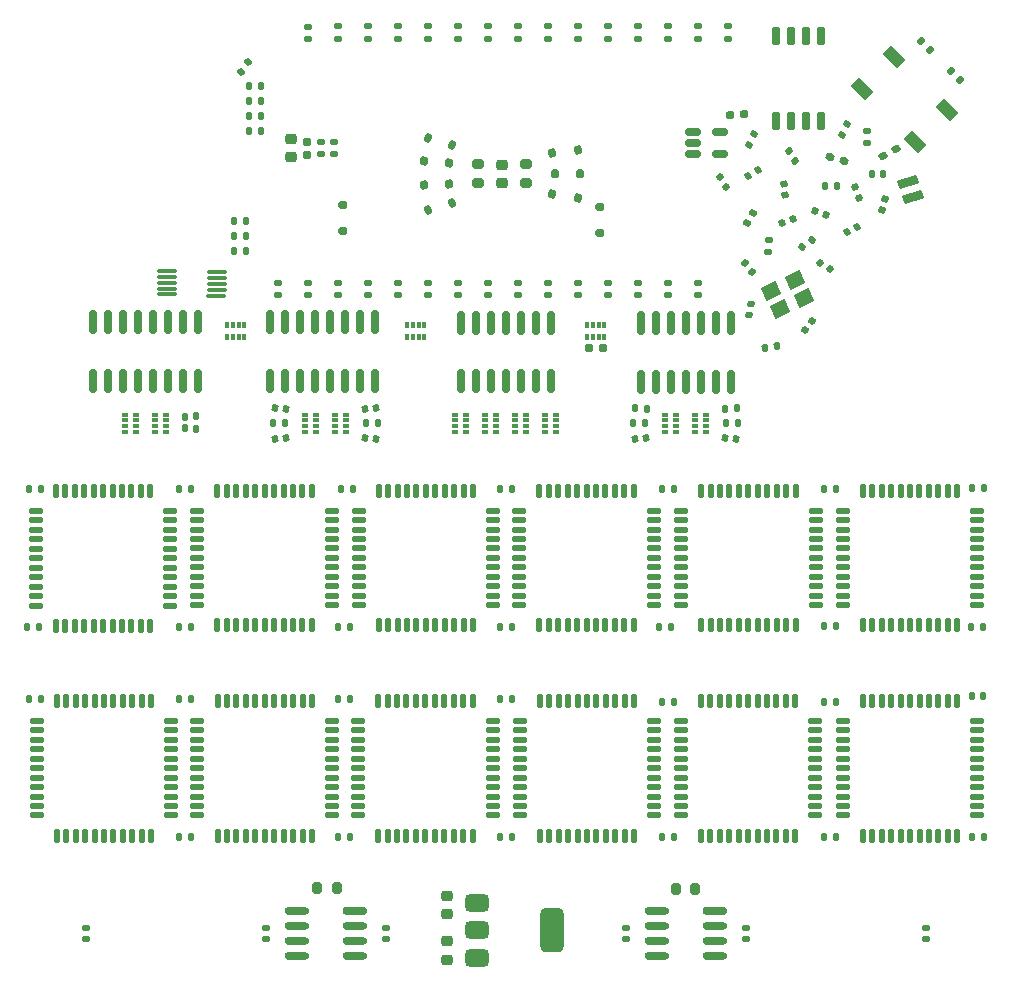
<source format=gbp>
G04 #@! TF.GenerationSoftware,KiCad,Pcbnew,8.0.6*
G04 #@! TF.CreationDate,2024-12-30T15:56:30-08:00*
G04 #@! TF.ProjectId,Jumperless23V50,4a756d70-6572-46c6-9573-733233563530,rev?*
G04 #@! TF.SameCoordinates,Original*
G04 #@! TF.FileFunction,Paste,Bot*
G04 #@! TF.FilePolarity,Positive*
%FSLAX46Y46*%
G04 Gerber Fmt 4.6, Leading zero omitted, Abs format (unit mm)*
G04 Created by KiCad (PCBNEW 8.0.6) date 2024-12-30 15:56:30*
%MOMM*%
%LPD*%
G01*
G04 APERTURE LIST*
G04 Aperture macros list*
%AMRoundRect*
0 Rectangle with rounded corners*
0 $1 Rounding radius*
0 $2 $3 $4 $5 $6 $7 $8 $9 X,Y pos of 4 corners*
0 Add a 4 corners polygon primitive as box body*
4,1,4,$2,$3,$4,$5,$6,$7,$8,$9,$2,$3,0*
0 Add four circle primitives for the rounded corners*
1,1,$1+$1,$2,$3*
1,1,$1+$1,$4,$5*
1,1,$1+$1,$6,$7*
1,1,$1+$1,$8,$9*
0 Add four rect primitives between the rounded corners*
20,1,$1+$1,$2,$3,$4,$5,0*
20,1,$1+$1,$4,$5,$6,$7,0*
20,1,$1+$1,$6,$7,$8,$9,0*
20,1,$1+$1,$8,$9,$2,$3,0*%
%AMRotRect*
0 Rectangle, with rotation*
0 The origin of the aperture is its center*
0 $1 length*
0 $2 width*
0 $3 Rotation angle, in degrees counterclockwise*
0 Add horizontal line*
21,1,$1,$2,0,0,$3*%
%AMFreePoly0*
4,1,21,0.922379,0.284102,0.946805,0.258670,0.997605,0.182470,1.014400,0.127000,1.014400,-0.127000,0.997605,-0.182470,0.946805,-0.258670,0.898310,-0.296983,0.863600,-0.303200,-0.838200,-0.303200,-0.896979,-0.284102,-0.921405,-0.258670,-0.972205,-0.182470,-0.989000,-0.127000,-0.989000,0.127000,-0.972205,0.182470,-0.921405,0.258670,-0.872910,0.296983,-0.838200,0.303200,0.863600,0.303200,
0.922379,0.284102,0.922379,0.284102,$1*%
%AMFreePoly1*
4,1,21,0.838850,0.288949,0.965850,0.212749,1.006426,0.166131,1.014400,0.127000,1.014400,-0.152400,0.995302,-0.211179,0.951539,-0.245248,0.824539,-0.296048,0.787400,-0.303200,-0.762000,-0.303200,-0.813450,-0.288949,-0.940450,-0.212749,-0.981026,-0.166131,-0.989000,-0.127000,-0.989000,0.127000,-0.969902,0.185779,-0.940450,0.212749,-0.813450,0.288949,-0.762000,0.303200,0.787400,0.303200,
0.838850,0.288949,0.838850,0.288949,$1*%
G04 Aperture macros list end*
%ADD10RoundRect,0.135000X-0.226274X-0.035355X-0.035355X-0.226274X0.226274X0.035355X0.035355X0.226274X0*%
%ADD11RoundRect,0.135000X0.185000X-0.135000X0.185000X0.135000X-0.185000X0.135000X-0.185000X-0.135000X0*%
%ADD12RoundRect,0.140000X-0.170000X0.140000X-0.170000X-0.140000X0.170000X-0.140000X0.170000X0.140000X0*%
%ADD13R,0.500000X0.400000*%
%ADD14R,0.500000X0.300000*%
%ADD15RoundRect,0.135000X-0.135000X-0.185000X0.135000X-0.185000X0.135000X0.185000X-0.135000X0.185000X0*%
%ADD16RoundRect,0.140000X-0.151518X-0.159820X0.127800X-0.179352X0.151518X0.159820X-0.127800X0.179352X0*%
%ADD17RoundRect,0.125000X0.475000X0.125000X-0.475000X0.125000X-0.475000X-0.125000X0.475000X-0.125000X0*%
%ADD18RoundRect,0.125000X0.125000X-0.475000X0.125000X0.475000X-0.125000X0.475000X-0.125000X-0.475000X0*%
%ADD19RoundRect,0.140000X0.162297X0.148861X-0.114978X0.187830X-0.162297X-0.148861X0.114978X-0.187830X0*%
%ADD20RoundRect,0.135000X-0.172530X0.150610X-0.196062X-0.118362X0.172530X-0.150610X0.196062X0.118362X0*%
%ADD21RoundRect,0.140000X0.187719X0.115159X-0.077026X0.206318X-0.187719X-0.115159X0.077026X-0.206318X0*%
%ADD22RoundRect,0.135000X0.070317X-0.217958X0.229019X0.000477X-0.070317X0.217958X-0.229019X-0.000477X0*%
%ADD23RoundRect,0.158750X-0.126274X-0.242181X0.188136X-0.197993X0.126274X0.242181X-0.188136X0.197993X0*%
%ADD24R,0.400000X0.500000*%
%ADD25R,0.300000X0.500000*%
%ADD26RoundRect,0.140000X0.069779X0.208880X-0.191624X0.108537X-0.069779X-0.208880X0.191624X-0.108537X0*%
%ADD27RoundRect,0.158750X-0.222250X0.158750X-0.222250X-0.158750X0.222250X-0.158750X0.222250X0.158750X0*%
%ADD28RoundRect,0.140000X0.140000X0.170000X-0.140000X0.170000X-0.140000X-0.170000X0.140000X-0.170000X0*%
%ADD29RoundRect,0.160000X-0.232181X-0.103431X0.149359X-0.205665X0.232181X0.103431X-0.149359X0.205665X0*%
%ADD30RoundRect,0.140000X-0.218823X0.024825X-0.066325X-0.210003X0.218823X-0.024825X0.066325X0.210003X0*%
%ADD31RoundRect,0.087500X0.726673X0.072298X-0.723009X0.102664X-0.726673X-0.072298X0.723009X-0.102664X0*%
%ADD32RoundRect,0.140000X-0.055243X0.213186X-0.219823X-0.013339X0.055243X-0.213186X0.219823X0.013339X0*%
%ADD33RoundRect,0.158750X0.213861X0.169883X-0.091340X0.257398X-0.213861X-0.169883X0.091340X-0.257398X0*%
%ADD34RoundRect,0.140000X-0.140000X-0.170000X0.140000X-0.170000X0.140000X0.170000X-0.140000X0.170000X0*%
%ADD35RoundRect,0.140000X-0.127800X-0.179352X0.151518X-0.159820X0.127800X0.179352X-0.151518X0.159820X0*%
%ADD36RoundRect,0.200000X-0.200000X-0.275000X0.200000X-0.275000X0.200000X0.275000X-0.200000X0.275000X0*%
%ADD37RotRect,1.700000X1.000000X315.000000*%
%ADD38RoundRect,0.135000X0.100824X0.205632X-0.165074X0.158747X-0.100824X-0.205632X0.165074X-0.158747X0*%
%ADD39RoundRect,0.225000X-0.250000X0.225000X-0.250000X-0.225000X0.250000X-0.225000X0.250000X0.225000X0*%
%ADD40RoundRect,0.135000X-0.081628X0.213979X-0.228680X-0.012462X0.081628X-0.213979X0.228680X0.012462X0*%
%ADD41RoundRect,0.225000X0.250000X-0.225000X0.250000X0.225000X-0.250000X0.225000X-0.250000X-0.225000X0*%
%ADD42RoundRect,0.140000X-0.143107X0.167393X-0.191728X-0.108353X0.143107X-0.167393X0.191728X0.108353X0*%
%ADD43RoundRect,0.160000X0.095168X0.235689X-0.250307X0.044189X-0.095168X-0.235689X0.250307X-0.044189X0*%
%ADD44RoundRect,0.158750X-0.158750X-0.222250X0.158750X-0.222250X0.158750X0.222250X-0.158750X0.222250X0*%
%ADD45RotRect,1.400000X1.200000X26.000000*%
%ADD46RoundRect,0.150000X-0.150000X0.825000X-0.150000X-0.825000X0.150000X-0.825000X0.150000X0.825000X0*%
%ADD47RoundRect,0.112500X0.806298X-0.014027X0.644064X0.485278X-0.806298X0.014027X-0.644064X-0.485278X0*%
%ADD48RoundRect,0.200000X-0.275000X0.200000X-0.275000X-0.200000X0.275000X-0.200000X0.275000X0.200000X0*%
%ADD49RoundRect,0.135000X0.107939X0.201988X-0.159433X0.164411X-0.107939X-0.201988X0.159433X-0.164411X0*%
%ADD50RoundRect,0.135000X0.226274X0.035355X0.035355X0.226274X-0.226274X-0.035355X-0.035355X-0.226274X0*%
%ADD51RoundRect,0.140000X-0.121640X0.183586X-0.203504X-0.084179X0.121640X-0.183586X0.203504X0.084179X0*%
%ADD52RoundRect,0.160000X0.197500X0.160000X-0.197500X0.160000X-0.197500X-0.160000X0.197500X-0.160000X0*%
%ADD53RoundRect,0.150000X-0.150000X0.650000X-0.150000X-0.650000X0.150000X-0.650000X0.150000X0.650000X0*%
%ADD54RoundRect,0.140000X0.051308X0.214167X-0.200354X0.091423X-0.051308X-0.214167X0.200354X-0.091423X0*%
%ADD55RoundRect,0.140000X0.114978X0.187830X-0.162297X0.148861X-0.114978X-0.187830X0.162297X-0.148861X0*%
%ADD56RoundRect,0.135000X-0.001522X0.229015X-0.218563X0.068412X0.001522X-0.229015X0.218563X-0.068412X0*%
%ADD57RoundRect,0.135000X0.135000X0.185000X-0.135000X0.185000X-0.135000X-0.185000X0.135000X-0.185000X0*%
%ADD58RoundRect,0.155000X0.155000X-0.212500X0.155000X0.212500X-0.155000X0.212500X-0.155000X-0.212500X0*%
%ADD59RoundRect,0.140000X0.207631X-0.073414X0.111865X0.189700X-0.207631X0.073414X-0.111865X-0.189700X0*%
%ADD60RoundRect,0.158750X-0.188136X-0.197993X0.126274X-0.242181X0.188136X0.197993X-0.126274X0.242181X0*%
%ADD61RoundRect,0.140000X-0.114978X-0.187830X0.162297X-0.148861X0.114978X0.187830X-0.162297X0.148861X0*%
%ADD62RoundRect,0.140000X-0.209416X-0.068155X0.026734X-0.218598X0.209416X0.068155X-0.026734X0.218598X0*%
%ADD63RoundRect,0.135000X0.096355X-0.207763X0.227254X0.028384X-0.096355X0.207763X-0.227254X-0.028384X0*%
%ADD64RoundRect,0.160000X-0.176529X-0.182877X0.215527X-0.134738X0.176529X0.182877X-0.215527X0.134738X0*%
%ADD65RoundRect,0.140000X-0.162297X-0.148861X0.114978X-0.187830X0.162297X0.148861X-0.114978X0.187830X0*%
%ADD66RoundRect,0.135000X-0.131751X-0.187328X0.138208X-0.182616X0.131751X0.187328X-0.138208X0.182616X0*%
%ADD67RoundRect,0.375000X-0.625000X-0.375000X0.625000X-0.375000X0.625000X0.375000X-0.625000X0.375000X0*%
%ADD68RoundRect,0.500000X-0.500000X-1.400000X0.500000X-1.400000X0.500000X1.400000X-0.500000X1.400000X0*%
%ADD69RoundRect,0.158750X0.142860X0.232782X-0.173867X0.210635X-0.142860X-0.232782X0.173867X-0.210635X0*%
%ADD70RoundRect,0.150000X-0.512500X-0.150000X0.512500X-0.150000X0.512500X0.150000X-0.512500X0.150000X0*%
%ADD71RoundRect,0.158750X0.091340X0.257398X-0.213861X0.169883X-0.091340X-0.257398X0.213861X-0.169883X0*%
%ADD72RoundRect,0.158750X0.173867X0.210635X-0.142860X0.232782X-0.173867X-0.210635X0.142860X-0.232782X0*%
%ADD73RoundRect,0.140000X-0.216559X0.040029X-0.080812X-0.204864X0.216559X-0.040029X0.080812X0.204864X0*%
%ADD74RoundRect,0.135000X-0.096355X0.207763X-0.227254X-0.028384X0.096355X-0.207763X0.227254X0.028384X0*%
%ADD75RoundRect,0.140000X0.220218X0.002028X0.040237X0.216520X-0.220218X-0.002028X-0.040237X-0.216520X0*%
%ADD76RoundRect,0.140000X0.187830X-0.114978X0.148861X0.162297X-0.187830X0.114978X-0.148861X-0.162297X0*%
%ADD77RoundRect,0.135000X0.159433X0.164411X-0.107939X0.201988X-0.159433X-0.164411X0.107939X-0.201988X0*%
%ADD78RoundRect,0.140000X-0.045684X-0.215437X0.202679X-0.086147X0.045684X0.215437X-0.202679X0.086147X0*%
%ADD79FreePoly0,180.000000*%
%ADD80FreePoly1,180.000000*%
%ADD81RoundRect,0.135000X-0.193966X0.121766X-0.175132X-0.147576X0.193966X-0.121766X0.175132X0.147576X0*%
%ADD82RoundRect,0.135000X-0.185000X0.135000X-0.185000X-0.135000X0.185000X-0.135000X0.185000X0.135000X0*%
G04 APERTURE END LIST*
D10*
X107173077Y-76882766D03*
X107894323Y-77604034D03*
D11*
X55209700Y-74121200D03*
X55209700Y-73101200D03*
D12*
X79593700Y-149407400D03*
X79593700Y-150367400D03*
D13*
X55963700Y-105957400D03*
D14*
X55963700Y-106457400D03*
X55963700Y-106957400D03*
D13*
X55963700Y-107457400D03*
X54963700Y-107457400D03*
D14*
X54963700Y-106957400D03*
X54963700Y-106457400D03*
D13*
X54963700Y-105957400D03*
D15*
X41745700Y-112295400D03*
X42765700Y-112295400D03*
D16*
X42284869Y-107131117D03*
X43242531Y-107198083D03*
D11*
X55209700Y-95863600D03*
X55209700Y-94843600D03*
D17*
X109372900Y-114099000D03*
X109372900Y-114899000D03*
X109372900Y-115699000D03*
X109372900Y-116499000D03*
X109372900Y-117299000D03*
X109372900Y-118099000D03*
X109372900Y-118899000D03*
X109372900Y-119699000D03*
X109372900Y-120499000D03*
X109372900Y-121299000D03*
X109372900Y-122099000D03*
D18*
X107672900Y-123799000D03*
X106872900Y-123799000D03*
X106072900Y-123799000D03*
X105272900Y-123799000D03*
X104472900Y-123799000D03*
X103672900Y-123799000D03*
X102872900Y-123799000D03*
X102072900Y-123799000D03*
X101272900Y-123799000D03*
X100472900Y-123799000D03*
X99672900Y-123799000D03*
D17*
X97972900Y-122099000D03*
X97972900Y-121299000D03*
X97972900Y-120499000D03*
X97972900Y-119699000D03*
X97972900Y-118899000D03*
X97972900Y-118099000D03*
X97972900Y-117299000D03*
X97972900Y-116499000D03*
X97972900Y-115699000D03*
X97972900Y-114899000D03*
X97972900Y-114099000D03*
D18*
X99672900Y-112399000D03*
X100472900Y-112399000D03*
X101272900Y-112399000D03*
X102072900Y-112399000D03*
X102872900Y-112399000D03*
X103672900Y-112399000D03*
X104472900Y-112399000D03*
X105272900Y-112399000D03*
X106072900Y-112399000D03*
X106872900Y-112399000D03*
X107672900Y-112399000D03*
D19*
X50859029Y-105504203D03*
X49908371Y-105370597D03*
D12*
X49113700Y-149407400D03*
X49113700Y-150367400D03*
D20*
X91703142Y-91162541D03*
X91614258Y-92178659D03*
D15*
X82385700Y-123979400D03*
X83405700Y-123979400D03*
X96355700Y-112295400D03*
X97375700Y-112295400D03*
D11*
X60289700Y-74121200D03*
X60289700Y-73101200D03*
D21*
X96557550Y-89032875D03*
X95649850Y-88720325D03*
D22*
X47010530Y-76962798D03*
X47610070Y-76137602D03*
D11*
X88229705Y-74121200D03*
X88229705Y-73101200D03*
X72989700Y-74121200D03*
X72989700Y-73101200D03*
D23*
X75531894Y-83537363D03*
X73393906Y-83837837D03*
D11*
X67909700Y-74121200D03*
X67909700Y-73101200D03*
X52669700Y-95863600D03*
X52669700Y-94843600D03*
X72989700Y-95863600D03*
X72989700Y-94843600D03*
D24*
X77803700Y-99409600D03*
D25*
X77303700Y-99409600D03*
X76803700Y-99409600D03*
D24*
X76303700Y-99409600D03*
X76303700Y-98409600D03*
D25*
X76803700Y-98409600D03*
X77303700Y-98409600D03*
D24*
X77803700Y-98409600D03*
D15*
X82639700Y-112295400D03*
X83659700Y-112295400D03*
D26*
X93757820Y-89390381D03*
X92861580Y-89734419D03*
D17*
X54749700Y-131902400D03*
X54749700Y-132702400D03*
X54749700Y-133502400D03*
X54749700Y-134302400D03*
X54749700Y-135102400D03*
X54749700Y-135902400D03*
X54749700Y-136702400D03*
X54749700Y-137502400D03*
X54749700Y-138302400D03*
X54749700Y-139102400D03*
X54749700Y-139902400D03*
D18*
X53049700Y-141602400D03*
X52249700Y-141602400D03*
X51449700Y-141602400D03*
X50649700Y-141602400D03*
X49849700Y-141602400D03*
X49049700Y-141602400D03*
X48249700Y-141602400D03*
X47449700Y-141602400D03*
X46649700Y-141602400D03*
X45849700Y-141602400D03*
X45049700Y-141602400D03*
D17*
X43349700Y-139902400D03*
X43349700Y-139102400D03*
X43349700Y-138302400D03*
X43349700Y-137502400D03*
X43349700Y-136702400D03*
X43349700Y-135902400D03*
X43349700Y-135102400D03*
X43349700Y-134302400D03*
X43349700Y-133502400D03*
X43349700Y-132702400D03*
X43349700Y-131902400D03*
D18*
X45049700Y-130202400D03*
X45849700Y-130202400D03*
X46649700Y-130202400D03*
X47449700Y-130202400D03*
X48249700Y-130202400D03*
X49049700Y-130202400D03*
X49849700Y-130202400D03*
X50649700Y-130202400D03*
X51449700Y-130202400D03*
X52249700Y-130202400D03*
X53049700Y-130202400D03*
D15*
X80226700Y-106707400D03*
X81246700Y-106707400D03*
D27*
X55692300Y-90393200D03*
X55692300Y-88234200D03*
D28*
X29908700Y-123979400D03*
X28948700Y-123979400D03*
D11*
X62829700Y-74121200D03*
X62829700Y-73101200D03*
D15*
X41745700Y-141759400D03*
X42765700Y-141759400D03*
D24*
X47323700Y-99409600D03*
D25*
X46823700Y-99409600D03*
X46323700Y-99409600D03*
D24*
X45823700Y-99409600D03*
X45823700Y-98409600D03*
D25*
X46323700Y-98409600D03*
X46823700Y-98409600D03*
D24*
X47323700Y-98409600D03*
D11*
X65369700Y-74121200D03*
X65369700Y-73101200D03*
D13*
X66123700Y-105957400D03*
D14*
X66123700Y-106457400D03*
X66123700Y-106957400D03*
D13*
X66123700Y-107457400D03*
X65123700Y-107457400D03*
D14*
X65123700Y-106957400D03*
X65123700Y-106457400D03*
D13*
X65123700Y-105957400D03*
D15*
X68923700Y-141759400D03*
X69943700Y-141759400D03*
D13*
X68663700Y-105957400D03*
D14*
X68663700Y-106457400D03*
X68663700Y-106957400D03*
D13*
X68663700Y-107457400D03*
X67663700Y-107457400D03*
D14*
X67663700Y-106957400D03*
X67663700Y-106457400D03*
D13*
X67663700Y-105957400D03*
D11*
X57749700Y-95863600D03*
X57749700Y-94843600D03*
X75529700Y-74121200D03*
X75529700Y-73101200D03*
D12*
X59273700Y-149407400D03*
X59273700Y-150367400D03*
D29*
X96923561Y-84149950D03*
X98077839Y-84459250D03*
D15*
X29113300Y-130075400D03*
X30133300Y-130075400D03*
D30*
X87587272Y-85857836D03*
X88110128Y-86662964D03*
D31*
X44998279Y-93882664D03*
X44987808Y-94382551D03*
X44977336Y-94882440D03*
X44966864Y-95382332D03*
X44956395Y-95882224D03*
X40732321Y-95793736D03*
X40742792Y-95293849D03*
X40753264Y-94793960D03*
X40763736Y-94294068D03*
X40774205Y-93794176D03*
D11*
X80609700Y-95863600D03*
X80609700Y-94843600D03*
D15*
X41745700Y-130075400D03*
X42765700Y-130075400D03*
D11*
X70449700Y-74121200D03*
X70449700Y-73101200D03*
D32*
X95369837Y-98064073D03*
X94805563Y-98840727D03*
D17*
X68387700Y-114099000D03*
X68387700Y-114899000D03*
X68387700Y-115699000D03*
X68387700Y-116499000D03*
X68387700Y-117299000D03*
X68387700Y-118099000D03*
X68387700Y-118899000D03*
X68387700Y-119699000D03*
X68387700Y-120499000D03*
X68387700Y-121299000D03*
X68387700Y-122099000D03*
D18*
X66687700Y-123799000D03*
X65887700Y-123799000D03*
X65087700Y-123799000D03*
X64287700Y-123799000D03*
X63487700Y-123799000D03*
X62687700Y-123799000D03*
X61887700Y-123799000D03*
X61087700Y-123799000D03*
X60287700Y-123799000D03*
X59487700Y-123799000D03*
X58687700Y-123799000D03*
D17*
X56987700Y-122099000D03*
X56987700Y-121299000D03*
X56987700Y-120499000D03*
X56987700Y-119699000D03*
X56987700Y-118899000D03*
X56987700Y-118099000D03*
X56987700Y-117299000D03*
X56987700Y-116499000D03*
X56987700Y-115699000D03*
X56987700Y-114899000D03*
X56987700Y-114099000D03*
D18*
X58687700Y-112399000D03*
X59487700Y-112399000D03*
X60287700Y-112399000D03*
X61087700Y-112399000D03*
X61887700Y-112399000D03*
X62687700Y-112399000D03*
X63487700Y-112399000D03*
X64287700Y-112399000D03*
X65087700Y-112399000D03*
X65887700Y-112399000D03*
X66687700Y-112399000D03*
D33*
X62862536Y-82519200D03*
X64937900Y-83114300D03*
D34*
X101409700Y-85625400D03*
X100449700Y-85625400D03*
D35*
X42284869Y-106182083D03*
X43242531Y-106115117D03*
D36*
X53495700Y-146077400D03*
X55145700Y-146077400D03*
D37*
X99644811Y-78391517D03*
X104099583Y-82846289D03*
X102331817Y-75704511D03*
X106786589Y-80159283D03*
D12*
X89753700Y-149407400D03*
X89753700Y-150367400D03*
D38*
X92414951Y-100134441D03*
X91410449Y-100311559D03*
D15*
X96355700Y-123852400D03*
X97375700Y-123852400D03*
X68923700Y-123979400D03*
X69943700Y-123979400D03*
D39*
X69154298Y-84792199D03*
X69154302Y-86342201D03*
D27*
X77409300Y-90583700D03*
X77409300Y-88424700D03*
D28*
X109859300Y-129804600D03*
X108899300Y-129804600D03*
D13*
X86443700Y-105957400D03*
D14*
X86443700Y-106457400D03*
X86443700Y-106957400D03*
D13*
X86443700Y-107457400D03*
X85443700Y-107457400D03*
D14*
X85443700Y-106957400D03*
X85443700Y-106457400D03*
D13*
X85443700Y-105957400D03*
D15*
X55207700Y-123928600D03*
X56227700Y-123928600D03*
D28*
X58610700Y-106707400D03*
X57650700Y-106707400D03*
D13*
X40723700Y-105957400D03*
D14*
X40723700Y-106457400D03*
X40723700Y-106957400D03*
D13*
X40723700Y-107457400D03*
X39723700Y-107457400D03*
D14*
X39723700Y-106957400D03*
X39723700Y-106457400D03*
D13*
X39723700Y-105957400D03*
D40*
X90412465Y-88880679D03*
X89856935Y-89736121D03*
D39*
X64480700Y-150562400D03*
X64480700Y-152112400D03*
D17*
X81991700Y-114099000D03*
X81991700Y-114899000D03*
X81991700Y-115699000D03*
X81991700Y-116499000D03*
X81991700Y-117299000D03*
X81991700Y-118099000D03*
X81991700Y-118899000D03*
X81991700Y-119699000D03*
X81991700Y-120499000D03*
X81991700Y-121299000D03*
X81991700Y-122099000D03*
D18*
X80291700Y-123799000D03*
X79491700Y-123799000D03*
X78691700Y-123799000D03*
X77891700Y-123799000D03*
X77091700Y-123799000D03*
X76291700Y-123799000D03*
X75491700Y-123799000D03*
X74691700Y-123799000D03*
X73891700Y-123799000D03*
X73091700Y-123799000D03*
X72291700Y-123799000D03*
D17*
X70591700Y-122099000D03*
X70591700Y-121299000D03*
X70591700Y-120499000D03*
X70591700Y-119699000D03*
X70591700Y-118899000D03*
X70591700Y-118099000D03*
X70591700Y-117299000D03*
X70591700Y-116499000D03*
X70591700Y-115699000D03*
X70591700Y-114899000D03*
X70591700Y-114099000D03*
D18*
X72291700Y-112399000D03*
X73091700Y-112399000D03*
X73891700Y-112399000D03*
X74691700Y-112399000D03*
X75491700Y-112399000D03*
X76291700Y-112399000D03*
X77091700Y-112399000D03*
X77891700Y-112399000D03*
X78691700Y-112399000D03*
X79491700Y-112399000D03*
X80291700Y-112399000D03*
D11*
X75529700Y-95863600D03*
X75529700Y-94843600D03*
D41*
X51247302Y-84190599D03*
X51247300Y-82640599D03*
D15*
X46444700Y-89537000D03*
X47464700Y-89537000D03*
D42*
X90174402Y-96567184D03*
X90007700Y-97512600D03*
D43*
X102468284Y-83506926D03*
X101423116Y-84086274D03*
D44*
X75771001Y-85567199D03*
X73611999Y-85567201D03*
D19*
X58479029Y-108044203D03*
X57528371Y-107910597D03*
D45*
X91948411Y-95503633D03*
X93925758Y-94539217D03*
X94670989Y-96067167D03*
X92693642Y-97031583D03*
D46*
X80863700Y-98236400D03*
X82133700Y-98236400D03*
X83403700Y-98236400D03*
X84673700Y-98236400D03*
X85943700Y-98236400D03*
X87213700Y-98236400D03*
X88483700Y-98236400D03*
X88483700Y-103186400D03*
X87213700Y-103186400D03*
X85943700Y-103186400D03*
X84673700Y-103186400D03*
X83403700Y-103186400D03*
X82133700Y-103186400D03*
X80863700Y-103186400D03*
D11*
X80609700Y-74121200D03*
X80609700Y-73101200D03*
D46*
X65623700Y-98201400D03*
X66893700Y-98201400D03*
X68163700Y-98201400D03*
X69433700Y-98201400D03*
X70703700Y-98201400D03*
X71973700Y-98201400D03*
X73243700Y-98201400D03*
X73243700Y-103151400D03*
X71973700Y-103151400D03*
X70703700Y-103151400D03*
X69433700Y-103151400D03*
X68163700Y-103151400D03*
X66893700Y-103151400D03*
X65623700Y-103151400D03*
D47*
X103940010Y-87561139D03*
X103507390Y-86229661D03*
D46*
X34508700Y-98136400D03*
X35778700Y-98136400D03*
X37048700Y-98136400D03*
X38318700Y-98136400D03*
X39588700Y-98136400D03*
X40858700Y-98136400D03*
X42128700Y-98136400D03*
X43398700Y-98136400D03*
X43398700Y-103086400D03*
X42128700Y-103086400D03*
X40858700Y-103086400D03*
X39588700Y-103086400D03*
X38318700Y-103086400D03*
X37048700Y-103086400D03*
X35778700Y-103086400D03*
X34508700Y-103086400D03*
D17*
X68339700Y-131902400D03*
X68339700Y-132702400D03*
X68339700Y-133502400D03*
X68339700Y-134302400D03*
X68339700Y-135102400D03*
X68339700Y-135902400D03*
X68339700Y-136702400D03*
X68339700Y-137502400D03*
X68339700Y-138302400D03*
X68339700Y-139102400D03*
X68339700Y-139902400D03*
D18*
X66639700Y-141602400D03*
X65839700Y-141602400D03*
X65039700Y-141602400D03*
X64239700Y-141602400D03*
X63439700Y-141602400D03*
X62639700Y-141602400D03*
X61839700Y-141602400D03*
X61039700Y-141602400D03*
X60239700Y-141602400D03*
X59439700Y-141602400D03*
X58639700Y-141602400D03*
D17*
X56939700Y-139902400D03*
X56939700Y-139102400D03*
X56939700Y-138302400D03*
X56939700Y-137502400D03*
X56939700Y-136702400D03*
X56939700Y-135902400D03*
X56939700Y-135102400D03*
X56939700Y-134302400D03*
X56939700Y-133502400D03*
X56939700Y-132702400D03*
X56939700Y-131902400D03*
D18*
X58639700Y-130202400D03*
X59439700Y-130202400D03*
X60239700Y-130202400D03*
X61039700Y-130202400D03*
X61839700Y-130202400D03*
X62639700Y-130202400D03*
X63439700Y-130202400D03*
X64239700Y-130202400D03*
X65039700Y-130202400D03*
X65839700Y-130202400D03*
X66639700Y-130202400D03*
D15*
X55461700Y-112295400D03*
X56481700Y-112295400D03*
D48*
X71186300Y-86392200D03*
X71186300Y-84742200D03*
D17*
X41060100Y-114127000D03*
X41060100Y-114927000D03*
X41060100Y-115727000D03*
X41060100Y-116527000D03*
X41060100Y-117327000D03*
X41060100Y-118127000D03*
X41060100Y-118927000D03*
X41060100Y-119727000D03*
X41060100Y-120527000D03*
X41060100Y-121327000D03*
X41060100Y-122127000D03*
D18*
X39360100Y-123827000D03*
X38560100Y-123827000D03*
X37760100Y-123827000D03*
X36960100Y-123827000D03*
X36160100Y-123827000D03*
X35360100Y-123827000D03*
X34560100Y-123827000D03*
X33760100Y-123827000D03*
X32960100Y-123827000D03*
X32160100Y-123827000D03*
X31360100Y-123827000D03*
D17*
X29660100Y-122127000D03*
X29660100Y-121327000D03*
X29660100Y-120527000D03*
X29660100Y-119727000D03*
X29660100Y-118927000D03*
X29660100Y-118127000D03*
X29660100Y-117327000D03*
X29660100Y-116527000D03*
X29660100Y-115727000D03*
X29660100Y-114927000D03*
X29660100Y-114127000D03*
D18*
X31360100Y-112427000D03*
X32160100Y-112427000D03*
X32960100Y-112427000D03*
X33760100Y-112427000D03*
X34560100Y-112427000D03*
X35360100Y-112427000D03*
X36160100Y-112427000D03*
X36960100Y-112427000D03*
X37760100Y-112427000D03*
X38560100Y-112427000D03*
X39360100Y-112427000D03*
D49*
X88988737Y-105366421D03*
X87978663Y-105508379D03*
D50*
X105354324Y-75064021D03*
X104633076Y-74342779D03*
D51*
X101297362Y-88624426D03*
X101578038Y-87706374D03*
D11*
X65369700Y-95863600D03*
X65369700Y-94843600D03*
D13*
X38183700Y-105957400D03*
D14*
X38183700Y-106457400D03*
X38183700Y-106957400D03*
D13*
X38183700Y-107457400D03*
X37183700Y-107457400D03*
D14*
X37183700Y-106957400D03*
X37183700Y-106457400D03*
D13*
X37183700Y-105957400D03*
D15*
X68923700Y-112295400D03*
X69943700Y-112295400D03*
D13*
X83903700Y-105957400D03*
D14*
X83903700Y-106457400D03*
X83903700Y-106957400D03*
D13*
X83903700Y-107457400D03*
X82903700Y-107457400D03*
D14*
X82903700Y-106957400D03*
X82903700Y-106457400D03*
D13*
X82903700Y-105957400D03*
D52*
X77651200Y-100357400D03*
X76456200Y-100357400D03*
D53*
X92293700Y-73897400D03*
X93563700Y-73897400D03*
X94833700Y-73897400D03*
X96103700Y-73897400D03*
X96103700Y-81097400D03*
X94833700Y-81097400D03*
X93563700Y-81097400D03*
X92293700Y-81097400D03*
D13*
X71203700Y-105957400D03*
D14*
X71203700Y-106457400D03*
X71203700Y-106957400D03*
D13*
X71203700Y-107457400D03*
X70203700Y-107457400D03*
D14*
X70203700Y-106957400D03*
X70203700Y-106457400D03*
D13*
X70203700Y-105957400D03*
D15*
X68923700Y-130075400D03*
X69943700Y-130075400D03*
D54*
X99202119Y-90063178D03*
X98339281Y-90484022D03*
D55*
X50859029Y-107910597D03*
X49908371Y-108044203D03*
D11*
X67909700Y-95863600D03*
X67909700Y-94843600D03*
D17*
X95669700Y-131902400D03*
X95669700Y-132702400D03*
X95669700Y-133502400D03*
X95669700Y-134302400D03*
X95669700Y-135102400D03*
X95669700Y-135902400D03*
X95669700Y-136702400D03*
X95669700Y-137502400D03*
X95669700Y-138302400D03*
X95669700Y-139102400D03*
X95669700Y-139902400D03*
D18*
X93969700Y-141602400D03*
X93169700Y-141602400D03*
X92369700Y-141602400D03*
X91569700Y-141602400D03*
X90769700Y-141602400D03*
X89969700Y-141602400D03*
X89169700Y-141602400D03*
X88369700Y-141602400D03*
X87569700Y-141602400D03*
X86769700Y-141602400D03*
X85969700Y-141602400D03*
D17*
X84269700Y-139902400D03*
X84269700Y-139102400D03*
X84269700Y-138302400D03*
X84269700Y-137502400D03*
X84269700Y-136702400D03*
X84269700Y-135902400D03*
X84269700Y-135102400D03*
X84269700Y-134302400D03*
X84269700Y-133502400D03*
X84269700Y-132702400D03*
X84269700Y-131902400D03*
D18*
X85969700Y-130202400D03*
X86769700Y-130202400D03*
X87569700Y-130202400D03*
X88369700Y-130202400D03*
X89169700Y-130202400D03*
X89969700Y-130202400D03*
X90769700Y-130202400D03*
X91569700Y-130202400D03*
X92369700Y-130202400D03*
X93169700Y-130202400D03*
X93969700Y-130202400D03*
D56*
X95370667Y-91164040D03*
X94550733Y-91770760D03*
D11*
X85689700Y-74121200D03*
X85689700Y-73101200D03*
X62829700Y-95863600D03*
X62829700Y-94843600D03*
X50129700Y-95863600D03*
X50129700Y-94843600D03*
X52669700Y-74197400D03*
X52669700Y-73177400D03*
D15*
X55207700Y-130075400D03*
X56227700Y-130075400D03*
D17*
X54737300Y-114099000D03*
X54737300Y-114899000D03*
X54737300Y-115699000D03*
X54737300Y-116499000D03*
X54737300Y-117299000D03*
X54737300Y-118099000D03*
X54737300Y-118899000D03*
X54737300Y-119699000D03*
X54737300Y-120499000D03*
X54737300Y-121299000D03*
X54737300Y-122099000D03*
D18*
X53037300Y-123799000D03*
X52237300Y-123799000D03*
X51437300Y-123799000D03*
X50637300Y-123799000D03*
X49837300Y-123799000D03*
X49037300Y-123799000D03*
X48237300Y-123799000D03*
X47437300Y-123799000D03*
X46637300Y-123799000D03*
X45837300Y-123799000D03*
X45037300Y-123799000D03*
D17*
X43337300Y-122099000D03*
X43337300Y-121299000D03*
X43337300Y-120499000D03*
X43337300Y-119699000D03*
X43337300Y-118899000D03*
X43337300Y-118099000D03*
X43337300Y-117299000D03*
X43337300Y-116499000D03*
X43337300Y-115699000D03*
X43337300Y-114899000D03*
X43337300Y-114099000D03*
D18*
X45037300Y-112399000D03*
X45837300Y-112399000D03*
X46637300Y-112399000D03*
X47437300Y-112399000D03*
X48237300Y-112399000D03*
X49037300Y-112399000D03*
X49837300Y-112399000D03*
X50637300Y-112399000D03*
X51437300Y-112399000D03*
X52237300Y-112399000D03*
X53037300Y-112399000D03*
D15*
X46444700Y-90807000D03*
X47464700Y-90807000D03*
D57*
X48734700Y-78107000D03*
X47714700Y-78107000D03*
D13*
X73743700Y-105957400D03*
D14*
X73743700Y-106457400D03*
X73743700Y-106957400D03*
D13*
X73743700Y-107457400D03*
X72743700Y-107457400D03*
D14*
X72743700Y-106957400D03*
X72743700Y-106457400D03*
D13*
X72743700Y-105957400D03*
D17*
X41135700Y-131902400D03*
X41135700Y-132702400D03*
X41135700Y-133502400D03*
X41135700Y-134302400D03*
X41135700Y-135102400D03*
X41135700Y-135902400D03*
X41135700Y-136702400D03*
X41135700Y-137502400D03*
X41135700Y-138302400D03*
X41135700Y-139102400D03*
X41135700Y-139902400D03*
D18*
X39435700Y-141602400D03*
X38635700Y-141602400D03*
X37835700Y-141602400D03*
X37035700Y-141602400D03*
X36235700Y-141602400D03*
X35435700Y-141602400D03*
X34635700Y-141602400D03*
X33835700Y-141602400D03*
X33035700Y-141602400D03*
X32235700Y-141602400D03*
X31435700Y-141602400D03*
D17*
X29735700Y-139902400D03*
X29735700Y-139102400D03*
X29735700Y-138302400D03*
X29735700Y-137502400D03*
X29735700Y-136702400D03*
X29735700Y-135902400D03*
X29735700Y-135102400D03*
X29735700Y-134302400D03*
X29735700Y-133502400D03*
X29735700Y-132702400D03*
X29735700Y-131902400D03*
D18*
X31435700Y-130202400D03*
X32235700Y-130202400D03*
X33035700Y-130202400D03*
X33835700Y-130202400D03*
X34635700Y-130202400D03*
X35435700Y-130202400D03*
X36235700Y-130202400D03*
X37035700Y-130202400D03*
X37835700Y-130202400D03*
X38635700Y-130202400D03*
X39435700Y-130202400D03*
D11*
X60289700Y-95863600D03*
X60289700Y-94843600D03*
D12*
X104993700Y-149407400D03*
X104993700Y-150367400D03*
D58*
X52644300Y-83983100D03*
X52644300Y-82848100D03*
D59*
X99315872Y-87600454D03*
X98987528Y-86698346D03*
D60*
X75534088Y-87594876D03*
X73396100Y-87294400D03*
D61*
X80388371Y-108044203D03*
X81339029Y-107910597D03*
D17*
X109383300Y-131902400D03*
X109383300Y-132702400D03*
X109383300Y-133502400D03*
X109383300Y-134302400D03*
X109383300Y-135102400D03*
X109383300Y-135902400D03*
X109383300Y-136702400D03*
X109383300Y-137502400D03*
X109383300Y-138302400D03*
X109383300Y-139102400D03*
X109383300Y-139902400D03*
D18*
X107683300Y-141602400D03*
X106883300Y-141602400D03*
X106083300Y-141602400D03*
X105283300Y-141602400D03*
X104483300Y-141602400D03*
X103683300Y-141602400D03*
X102883300Y-141602400D03*
X102083300Y-141602400D03*
X101283300Y-141602400D03*
X100483300Y-141602400D03*
X99683300Y-141602400D03*
D17*
X97983300Y-139902400D03*
X97983300Y-139102400D03*
X97983300Y-138302400D03*
X97983300Y-137502400D03*
X97983300Y-136702400D03*
X97983300Y-135902400D03*
X97983300Y-135102400D03*
X97983300Y-134302400D03*
X97983300Y-133502400D03*
X97983300Y-132702400D03*
X97983300Y-131902400D03*
D18*
X99683300Y-130202400D03*
X100483300Y-130202400D03*
X101283300Y-130202400D03*
X102083300Y-130202400D03*
X102883300Y-130202400D03*
X103683300Y-130202400D03*
X104483300Y-130202400D03*
X105283300Y-130202400D03*
X106083300Y-130202400D03*
X106883300Y-130202400D03*
X107683300Y-130202400D03*
D15*
X41745700Y-123979400D03*
X42765700Y-123979400D03*
D34*
X88130700Y-106707400D03*
X89090700Y-106707400D03*
D62*
X96079869Y-93114496D03*
X96889531Y-93630304D03*
D11*
X78069700Y-74121200D03*
X78069700Y-73101200D03*
D15*
X108928700Y-141759400D03*
X109948700Y-141759400D03*
D11*
X53787301Y-83925599D03*
X53787301Y-82905601D03*
D63*
X90014447Y-83099656D03*
X90508953Y-82207544D03*
D36*
X83828700Y-146117400D03*
X85478700Y-146117400D03*
D39*
X64480700Y-146686400D03*
X64480700Y-148236400D03*
D64*
X88398651Y-80618217D03*
X89584749Y-80472583D03*
D65*
X88008371Y-107910597D03*
X88959029Y-108044203D03*
D11*
X83149700Y-95863600D03*
X83149700Y-94843600D03*
D66*
X96482781Y-86599507D03*
X97502619Y-86581693D03*
D67*
X67045700Y-151933400D03*
X67045700Y-149633400D03*
D68*
X73345700Y-149633400D03*
D67*
X67045700Y-147333400D03*
D69*
X62493148Y-86549652D03*
X64646888Y-86399048D03*
D28*
X50736700Y-106707400D03*
X49776700Y-106707400D03*
D11*
X83149705Y-74121200D03*
X83149705Y-73101200D03*
D15*
X29113300Y-112295400D03*
X30133300Y-112295400D03*
D70*
X85314200Y-83908400D03*
X85314200Y-82958400D03*
X85314200Y-82008400D03*
X87589200Y-82008400D03*
X87589200Y-83908400D03*
D71*
X62862536Y-88600700D03*
X64937900Y-88005600D03*
D11*
X78069700Y-95863600D03*
X78069700Y-94843600D03*
D72*
X62493147Y-84519448D03*
X64646889Y-84670052D03*
D73*
X93457988Y-83630783D03*
X93923412Y-84470417D03*
D57*
X48734700Y-80647000D03*
X47714700Y-80647000D03*
X48734700Y-79377000D03*
X47714700Y-79377000D03*
D46*
X49494700Y-98136400D03*
X50764700Y-98136400D03*
X52034700Y-98136400D03*
X53304700Y-98136400D03*
X54574700Y-98136400D03*
X55844700Y-98136400D03*
X57114700Y-98136400D03*
X58384700Y-98136400D03*
X58384700Y-103086400D03*
X57114700Y-103086400D03*
X55844700Y-103086400D03*
X54574700Y-103086400D03*
X53304700Y-103086400D03*
X52034700Y-103086400D03*
X50764700Y-103086400D03*
X49494700Y-103086400D03*
D15*
X55207700Y-141759400D03*
X56227700Y-141759400D03*
X46444700Y-92077000D03*
X47464700Y-92077000D03*
X96355700Y-130329400D03*
X97375700Y-130329400D03*
X108818500Y-123979400D03*
X109838500Y-123979400D03*
D17*
X95692700Y-114097000D03*
X95692700Y-114897000D03*
X95692700Y-115697000D03*
X95692700Y-116497000D03*
X95692700Y-117297000D03*
X95692700Y-118097000D03*
X95692700Y-118897000D03*
X95692700Y-119697000D03*
X95692700Y-120497000D03*
X95692700Y-121297000D03*
X95692700Y-122097000D03*
D18*
X93992700Y-123797000D03*
X93192700Y-123797000D03*
X92392700Y-123797000D03*
X91592700Y-123797000D03*
X90792700Y-123797000D03*
X89992700Y-123797000D03*
X89192700Y-123797000D03*
X88392700Y-123797000D03*
X87592700Y-123797000D03*
X86792700Y-123797000D03*
X85992700Y-123797000D03*
D17*
X84292700Y-122097000D03*
X84292700Y-121297000D03*
X84292700Y-120497000D03*
X84292700Y-119697000D03*
X84292700Y-118897000D03*
X84292700Y-118097000D03*
X84292700Y-117297000D03*
X84292700Y-116497000D03*
X84292700Y-115697000D03*
X84292700Y-114897000D03*
X84292700Y-114097000D03*
D18*
X85992700Y-112397000D03*
X86792700Y-112397000D03*
X87592700Y-112397000D03*
X88392700Y-112397000D03*
X89192700Y-112397000D03*
X89992700Y-112397000D03*
X90792700Y-112397000D03*
X91592700Y-112397000D03*
X92392700Y-112397000D03*
X93192700Y-112397000D03*
X93992700Y-112397000D03*
D74*
X98382946Y-81369340D03*
X97888454Y-82261460D03*
D11*
X70449700Y-95863600D03*
X70449700Y-94843600D03*
D75*
X90316238Y-93867101D03*
X89699162Y-93131699D03*
D55*
X58479029Y-105370597D03*
X57528371Y-105504203D03*
D11*
X85689700Y-95863600D03*
X85689700Y-94843600D03*
X57749700Y-74121200D03*
X57749700Y-73101200D03*
D76*
X93122504Y-87370730D03*
X92988896Y-86420070D03*
D57*
X48734700Y-81917000D03*
X47714700Y-81917000D03*
D48*
X67122300Y-86392200D03*
X67122300Y-84742200D03*
D28*
X109918698Y-112168397D03*
X108958702Y-112168403D03*
D77*
X81368737Y-105508379D03*
X80358663Y-105366421D03*
D17*
X82029700Y-131902400D03*
X82029700Y-132702400D03*
X82029700Y-133502400D03*
X82029700Y-134302400D03*
X82029700Y-135102400D03*
X82029700Y-135902400D03*
X82029700Y-136702400D03*
X82029700Y-137502400D03*
X82029700Y-138302400D03*
X82029700Y-139102400D03*
X82029700Y-139902400D03*
D18*
X80329700Y-141602400D03*
X79529700Y-141602400D03*
X78729700Y-141602400D03*
X77929700Y-141602400D03*
X77129700Y-141602400D03*
X76329700Y-141602400D03*
X75529700Y-141602400D03*
X74729700Y-141602400D03*
X73929700Y-141602400D03*
X73129700Y-141602400D03*
X72329700Y-141602400D03*
D17*
X70629700Y-139902400D03*
X70629700Y-139102400D03*
X70629700Y-138302400D03*
X70629700Y-137502400D03*
X70629700Y-136702400D03*
X70629700Y-135902400D03*
X70629700Y-135102400D03*
X70629700Y-134302400D03*
X70629700Y-133502400D03*
X70629700Y-132702400D03*
X70629700Y-131902400D03*
D18*
X72329700Y-130202400D03*
X73129700Y-130202400D03*
X73929700Y-130202400D03*
X74729700Y-130202400D03*
X75529700Y-130202400D03*
X76329700Y-130202400D03*
X77129700Y-130202400D03*
X77929700Y-130202400D03*
X78729700Y-130202400D03*
X79529700Y-130202400D03*
X80329700Y-130202400D03*
D78*
X89962935Y-85720039D03*
X90814465Y-85276761D03*
D15*
X82639700Y-141759400D03*
X83659700Y-141759400D03*
X82639700Y-130329400D03*
X83659700Y-130329400D03*
X96355700Y-141759400D03*
X97375700Y-141759400D03*
D12*
X33873700Y-149407400D03*
X33873700Y-150367400D03*
D24*
X62563700Y-99409600D03*
D25*
X62063700Y-99409600D03*
X61563700Y-99409600D03*
D24*
X61063700Y-99409600D03*
X61063700Y-98409600D03*
D25*
X61563700Y-98409600D03*
X62063700Y-98409600D03*
D24*
X62563700Y-98409600D03*
D79*
X87174100Y-147982400D03*
D80*
X87174100Y-149252400D03*
X87174100Y-150522400D03*
X87174100Y-151792400D03*
X82224100Y-151792400D03*
X82224100Y-150522400D03*
X82224100Y-149252400D03*
X82224100Y-147982400D03*
D81*
X100005116Y-81941644D03*
X100076284Y-82959156D03*
D79*
X56694100Y-147982400D03*
D80*
X56694100Y-149252400D03*
X56694100Y-150522400D03*
X56694100Y-151792400D03*
X51744100Y-151792400D03*
X51744100Y-150522400D03*
X51744100Y-149252400D03*
X51744100Y-147982400D03*
D82*
X54930301Y-82905601D03*
X54930301Y-83925599D03*
D13*
X53423700Y-105957400D03*
D14*
X53423700Y-106457400D03*
X53423700Y-106957400D03*
D13*
X53423700Y-107457400D03*
X52423700Y-107457400D03*
D14*
X52423700Y-106957400D03*
X52423700Y-106457400D03*
D13*
X52423700Y-105957400D03*
M02*

</source>
